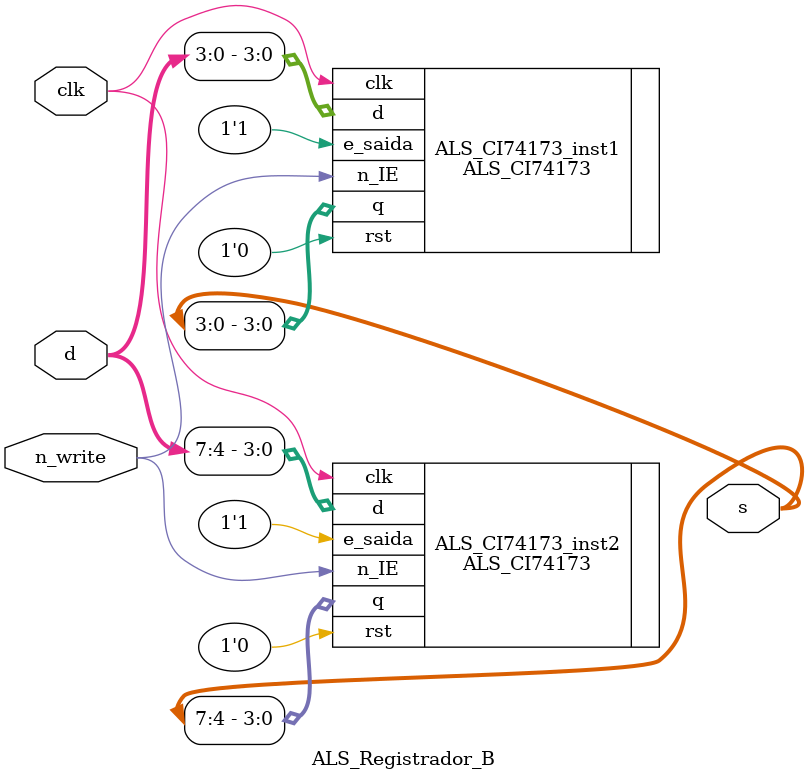
<source format=v>
module ALS_Registrador_B (
  input [7:0] d,
  input clk,
  input n_write,
  output [7:0] s
);
  
  ALS_CI74173 ALS_CI74173_inst1 (
    .d(d[3:0]),
    .clk(clk),
    .rst(1'b0),
    .n_IE(n_write),
    .e_saida(1'b1),
    .q(s[3:0])
  );

  ALS_CI74173 ALS_CI74173_inst2 (
    .d(d[7:4]),
    .clk(clk),
    .rst(1'b0),
    .n_IE(n_write),
    .e_saida(1'b1),
    .q(s[7:4])
  );
endmodule 

</source>
